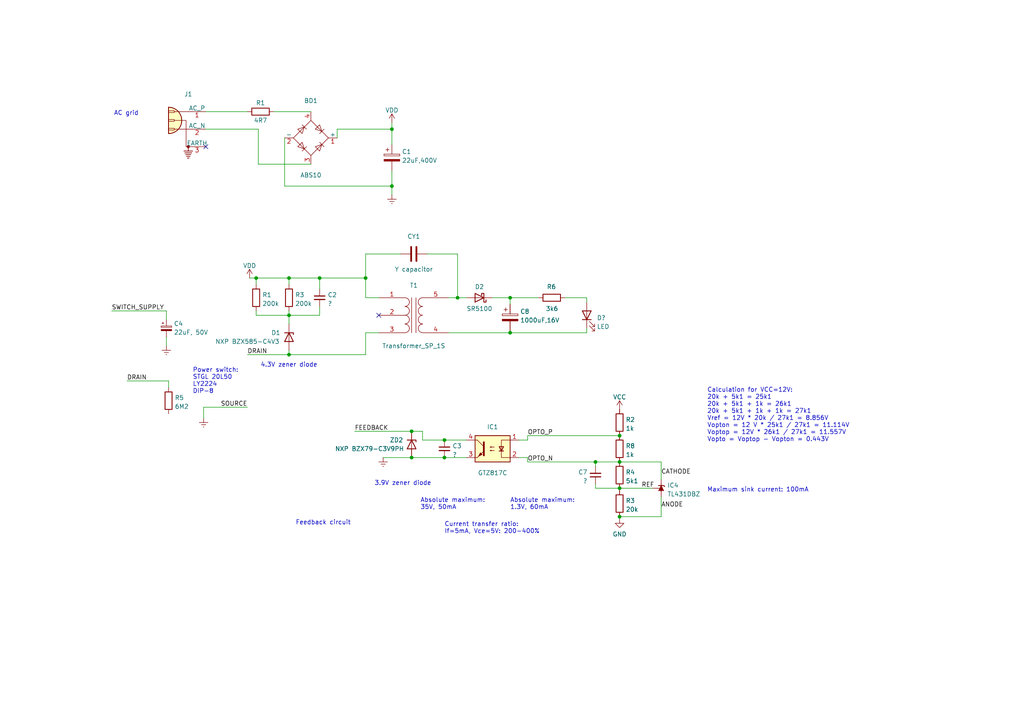
<source format=kicad_sch>
(kicad_sch (version 20211123) (generator eeschema)
  (paper "A4")
  (lib_symbols
    (symbol "Connector:Conn_WallSocket_Earth" (pin_names (offset 0))
      (property "Reference" "J" (at 3.81 6.985 0))
      (property "Value" "Conn_WallSocket_Earth" (at 7.62 2.54 90))
      (symbol "Conn_WallSocket_Earth_0_1"
        (circle (center 0 -5.08) (radius 0.3556) (fill (type outline)))
        (polyline (pts (xy -1.27 -6.35) (xy 1.27 -6.35)) (stroke (width 0.2032)))
        (polyline (pts (xy 0 -5.08) (xy 0 -6.35)) (stroke (width 0.2032)))
        (polyline (pts (xy 0.254 -8.382) (xy -0.254 -8.382)) (stroke (width 0.2032)))
        (polyline (pts (xy 0.508 -7.874) (xy -0.508 -7.874)) (stroke (width 0.2032)))
        (polyline (pts (xy 0.762 -7.366) (xy -0.762 -7.366)) (stroke (width 0.2032)))
        (polyline (pts (xy 1.016 -6.858) (xy -1.016 -6.858)) (stroke (width 0.2032)))
        (polyline (pts (xy 4.064 0) (xy 0 0)))
        (polyline (pts (xy 4.064 5.08) (xy 0 5.08)))
        (polyline (pts (xy 5.715 -1.27) (xy 5.715 6.35)) (stroke (width 0.254)))
        (polyline (pts (xy 0 -5.08) (xy 0.635 -5.08) (xy 0.635 2.54) (xy 4.064 2.54)))
        (rectangle (start 5.715 -0.254) (end 4.064 0.254))
        (rectangle (start 5.715 2.286) (end 4.064 2.794))
        (rectangle (start 5.715 4.826) (end 4.064 5.334))
        (arc (start 5.715 6.35) (mid 1.905 2.54) (end 5.715 -1.27) (stroke (width 0.254)) (fill (type background)))
      )
      (symbol "Conn_WallSocket_Earth_1_1"
        (pin power_in line (at -5.08 5.08 0) (length 5.08) (name "AC_P") (number "1"))
        (pin power_in line (at -5.08 0 0) (length 5.08) (name "AC_N") (number "2"))
        (pin passive line (at -5.08 -5.08 0) (length 5.08) (name "EARTH") (number "3"))
      )
    )
    (symbol "Device:C" (pin_numbers hide) (pin_names (offset 0.254))
      (property "Reference" "C" (at 0.635 2.54 0))
      (property "Value" "C" (at 0.635 -2.54 0))
      (symbol "C_0_1"
        (polyline (pts (xy -2.032 -0.762) (xy 2.032 -0.762)) (stroke (width 0.508)))
        (polyline (pts (xy -2.032 0.762) (xy 2.032 0.762)) (stroke (width 0.508)))
      )
      (symbol "C_1_1"
        (pin passive line (at 0 3.81 270) (length 2.794) (name "~") (number "1"))
        (pin passive line (at 0 -3.81 90) (length 2.794) (name "~") (number "2"))
      )
    )
    (symbol "Device:C_Polarized" (pin_numbers hide) (pin_names (offset 0.254))
      (property "Reference" "C" (at 0.635 2.54 0))
      (property "Value" "C_Polarized" (at 0.635 -2.54 0))
      (symbol "C_Polarized_0_1"
        (rectangle (start -2.286 0.508) (end 2.286 1.016))
        (polyline (pts (xy -1.778 2.286) (xy -0.762 2.286)))
        (polyline (pts (xy -1.27 2.794) (xy -1.27 1.778)))
        (rectangle (start 2.286 -0.508) (end -2.286 -1.016) (fill (type outline)))
      )
      (symbol "C_Polarized_1_1"
        (pin passive line (at 0 3.81 270) (length 2.794) (name "~") (number "1"))
        (pin passive line (at 0 -3.81 90) (length 2.794) (name "~") (number "2"))
      )
    )
    (symbol "Device:C_Polarized_Small" (pin_numbers hide) (pin_names (offset 0.254) hide)
      (property "Reference" "C" (at 0.254 1.778 0))
      (property "Value" "C_Polarized_Small" (at 0.254 -2.032 0))
      (symbol "C_Polarized_Small_0_1"
        (rectangle (start -1.524 -0.3048) (end 1.524 -0.6858) (fill (type outline)))
        (rectangle (start -1.524 0.6858) (end 1.524 0.3048))
        (polyline (pts (xy -1.27 1.524) (xy -0.762 1.524)))
        (polyline (pts (xy -1.016 1.27) (xy -1.016 1.778)))
      )
      (symbol "C_Polarized_Small_1_1"
        (pin passive line (at 0 2.54 270) (length 1.8542) (name "~") (number "1"))
        (pin passive line (at 0 -2.54 90) (length 1.8542) (name "~") (number "2"))
      )
    )
    (symbol "Device:C_Small" (pin_numbers hide) (pin_names (offset 0.254) hide)
      (property "Reference" "C" (at 0.254 1.778 0))
      (property "Value" "C_Small" (at 0.254 -2.032 0))
      (symbol "C_Small_0_1"
        (polyline (pts (xy -1.524 -0.508) (xy 1.524 -0.508)) (stroke (width 0.3302)))
        (polyline (pts (xy -1.524 0.508) (xy 1.524 0.508)) (stroke (width 0.3048)))
      )
      (symbol "C_Small_1_1"
        (pin passive line (at 0 2.54 270) (length 2.032) (name "~") (number "1"))
        (pin passive line (at 0 -2.54 90) (length 2.032) (name "~") (number "2"))
      )
    )
    (symbol "Device:D_Zener" (pin_numbers hide) (pin_names (offset 1.016) hide)
      (property "Reference" "D" (at 0 2.54 0))
      (property "Value" "D_Zener" (at 0 -2.54 0))
      (symbol "D_Zener_0_1"
        (polyline (pts (xy 1.27 0) (xy -1.27 0)))
        (polyline (pts (xy -1.27 -1.27) (xy -1.27 1.27) (xy -0.762 1.27)) (stroke (width 0.254)))
        (polyline (pts (xy 1.27 -1.27) (xy 1.27 1.27) (xy -1.27 0) (xy 1.27 -1.27)) (stroke (width 0.254)))
      )
      (symbol "D_Zener_1_1"
        (pin passive line (at -3.81 0 0) (length 2.54) (name "K") (number "1"))
        (pin passive line (at 3.81 0 180) (length 2.54) (name "A") (number "2"))
      )
    )
    (symbol "Device:LED" (pin_numbers hide) (pin_names (offset 1.016) hide)
      (property "Reference" "D" (at 0 2.54 0))
      (property "Value" "LED" (at 0 -2.54 0))
      (symbol "LED_0_1"
        (polyline (pts (xy -1.27 -1.27) (xy -1.27 1.27)) (stroke (width 0.254)))
        (polyline (pts (xy -1.27 0) (xy 1.27 0)))
        (polyline (pts (xy 1.27 -1.27) (xy 1.27 1.27) (xy -1.27 0) (xy 1.27 -1.27)) (stroke (width 0.254)))
        (polyline (pts (xy -3.048 -0.762) (xy -4.572 -2.286) (xy -3.81 -2.286) (xy -4.572 -2.286) (xy -4.572 -1.524)))
        (polyline (pts (xy -1.778 -0.762) (xy -3.302 -2.286) (xy -2.54 -2.286) (xy -3.302 -2.286) (xy -3.302 -1.524)))
      )
      (symbol "LED_1_1"
        (pin passive line (at -3.81 0 0) (length 2.54) (name "K") (number "1"))
        (pin passive line (at 3.81 0 180) (length 2.54) (name "A") (number "2"))
      )
    )
    (symbol "Device:R" (pin_numbers hide) (pin_names (offset 0))
      (property "Reference" "R" (at 2.032 0 90))
      (property "Value" "R" (at 0 0 90))
      (symbol "R_0_1"
        (rectangle (start -1.016 -2.54) (end 1.016 2.54) (stroke (width 0.254)))
      )
      (symbol "R_1_1"
        (pin passive line (at 0 3.81 270) (length 1.27) (name "~") (number "1"))
        (pin passive line (at 0 -3.81 90) (length 1.27) (name "~") (number "2"))
      )
    )
    (symbol "Device:Transformer_SP_1S" (pin_names (offset 1.016) hide)
      (property "Reference" "T" (at 0 6.35 0))
      (property "Value" "Transformer_SP_1S" (at 0 -7.62 0))
      (symbol "Transformer_SP_1S_0_1"
        (arc (start -2.54 -5.0546) (mid -1.6599 -4.6901) (end -1.27 -3.81))
        (arc (start -2.54 -2.5146) (mid -1.6599 -2.1501) (end -1.27 -1.27))
        (arc (start -2.54 0.0254) (mid -1.6599 0.3899) (end -1.27 1.27))
        (arc (start -2.54 2.5654) (mid -1.6599 2.9299) (end -1.27 3.81))
        (arc (start -1.27 -3.81) (mid -1.642 -2.912) (end -2.54 -2.54))
        (arc (start -1.27 -1.27) (mid -1.642 -0.372) (end -2.54 0))
        (arc (start -1.27 1.27) (mid -1.642 2.168) (end -2.54 2.54))
        (arc (start -1.27 3.81) (mid -1.642 4.708) (end -2.54 5.08))
        (polyline (pts (xy -0.635 5.08) (xy -0.635 -5.08)))
        (polyline (pts (xy 0.635 -5.08) (xy 0.635 5.08)))
        (arc (start 1.2954 -1.27) (mid 1.6599 -2.1501) (end 2.54 -2.5146))
        (arc (start 1.2954 1.27) (mid 1.6599 0.3899) (end 2.54 0.0254))
        (arc (start 1.2954 3.81) (mid 1.6599 2.9299) (end 2.54 2.5654))
        (arc (start 1.3208 -3.81) (mid 1.6853 -4.6901) (end 2.5654 -5.0546))
        (arc (start 2.54 0) (mid 1.642 -0.372) (end 1.2954 -1.27))
        (arc (start 2.54 2.54) (mid 1.642 2.168) (end 1.2954 1.27))
        (arc (start 2.54 5.08) (mid 1.642 4.708) (end 1.2954 3.81))
        (arc (start 2.5654 -2.54) (mid 1.6674 -2.912) (end 1.3208 -3.81))
      )
      (symbol "Transformer_SP_1S_1_1"
        (pin passive line (at -10.16 5.08 0) (length 7.62) (name "PR1") (number "1"))
        (pin passive line (at -10.16 0 0) (length 7.62) (name "PM") (number "2"))
        (pin passive line (at -10.16 -5.08 0) (length 7.62) (name "PR2") (number "3"))
        (pin passive line (at 10.16 -5.08 180) (length 7.62) (name "S1") (number "4"))
        (pin passive line (at 10.16 5.08 180) (length 7.62) (name "S2") (number "5"))
      )
    )
    (symbol "Diode:DSB5712" (pin_numbers hide) (pin_names (offset 1.016) hide)
      (property "Reference" "D" (at 0 2.54 0))
      (property "Value" "DSB5712" (at 0 -2.54 0))
      (symbol "DSB5712_0_1"
        (polyline (pts (xy 1.27 0) (xy -1.27 0)))
        (polyline (pts (xy 1.27 1.27) (xy 1.27 -1.27) (xy -1.27 0) (xy 1.27 1.27)) (stroke (width 0.254)))
        (polyline (pts (xy -1.905 0.635) (xy -1.905 1.27) (xy -1.27 1.27) (xy -1.27 -1.27) (xy -0.635 -1.27) (xy -0.635 -0.635)) (stroke (width 0.254)))
      )
      (symbol "DSB5712_1_1"
        (pin passive line (at -3.81 0 0) (length 2.54) (name "K") (number "1"))
        (pin passive line (at 3.81 0 180) (length 2.54) (name "A") (number "2"))
      )
    )
    (symbol "Diode_Bridge:ABS10" (pin_names (offset 0))
      (property "Reference" "D" (at 2.54 6.985 0))
      (property "Value" "ABS10" (at 2.54 5.08 0))
      (symbol "ABS10_0_1"
        (polyline (pts (xy -2.54 3.81) (xy -1.27 2.54)))
        (polyline (pts (xy -1.27 -2.54) (xy -2.54 -3.81)))
        (polyline (pts (xy 2.54 -1.27) (xy 3.81 -2.54)))
        (polyline (pts (xy 2.54 1.27) (xy 3.81 2.54)))
        (polyline (pts (xy -3.81 2.54) (xy -2.54 1.27) (xy -1.905 3.175) (xy -3.81 2.54)))
        (polyline (pts (xy -2.54 -1.27) (xy -3.81 -2.54) (xy -1.905 -3.175) (xy -2.54 -1.27)))
        (polyline (pts (xy 1.27 2.54) (xy 2.54 3.81) (xy 3.175 1.905) (xy 1.27 2.54)))
        (polyline (pts (xy 3.175 -1.905) (xy 1.27 -2.54) (xy 2.54 -3.81) (xy 3.175 -1.905)))
        (polyline (pts (xy -5.08 0) (xy 0 -5.08) (xy 5.08 0) (xy 0 5.08) (xy -5.08 0)))
      )
      (symbol "ABS10_1_1"
        (pin passive line (at 7.62 0 180) (length 2.54) (name "+") (number "1"))
        (pin passive line (at -7.62 0 0) (length 2.54) (name "-") (number "2"))
        (pin passive line (at 0 -7.62 90) (length 2.54) (name "~") (number "3"))
        (pin passive line (at 0 7.62 270) (length 2.54) (name "~") (number "4"))
      )
    )
    (symbol "Isolator:EL817" (pin_names (offset 1.016))
      (property "Reference" "U" (at -5.08 5.08 0))
      (property "Value" "EL817" (at 0 5.08 0))
      (symbol "EL817_0_1"
        (rectangle (start -5.08 3.81) (end 5.08 -3.81) (stroke (width 0.254)) (fill (type background)))
        (polyline (pts (xy -3.175 -0.635) (xy -1.905 -0.635)) (stroke (width 0.254)))
        (polyline (pts (xy 2.54 0.635) (xy 4.445 2.54)))
        (polyline (pts (xy 4.445 -2.54) (xy 2.54 -0.635)) (fill (type outline)))
        (polyline (pts (xy 4.445 -2.54) (xy 5.08 -2.54)))
        (polyline (pts (xy 4.445 2.54) (xy 5.08 2.54)))
        (polyline (pts (xy -5.08 2.54) (xy -2.54 2.54) (xy -2.54 -0.635)))
        (polyline (pts (xy -2.54 -0.635) (xy -2.54 -2.54) (xy -5.08 -2.54)))
        (polyline (pts (xy 2.54 1.905) (xy 2.54 -1.905) (xy 2.54 -1.905)) (stroke (width 0.508)))
        (polyline (pts (xy -2.54 -0.635) (xy -3.175 0.635) (xy -1.905 0.635) (xy -2.54 -0.635)) (stroke (width 0.254)))
        (polyline (pts (xy -0.508 -0.508) (xy 0.762 -0.508) (xy 0.381 -0.635) (xy 0.381 -0.381) (xy 0.762 -0.508)))
        (polyline (pts (xy -0.508 0.508) (xy 0.762 0.508) (xy 0.381 0.381) (xy 0.381 0.635) (xy 0.762 0.508)))
        (polyline (pts (xy 3.048 -1.651) (xy 3.556 -1.143) (xy 4.064 -2.159) (xy 3.048 -1.651) (xy 3.048 -1.651)) (fill (type outline)))
      )
      (symbol "EL817_1_1"
        (pin passive line (at -7.62 2.54 0) (length 2.54) (name "~") (number "1"))
        (pin passive line (at -7.62 -2.54 0) (length 2.54) (name "~") (number "2"))
        (pin passive line (at 7.62 -2.54 180) (length 2.54) (name "~") (number "3"))
        (pin passive line (at 7.62 2.54 180) (length 2.54) (name "~") (number "4"))
      )
    )
    (symbol "Reference_Voltage:TL431DBZ" (pin_numbers hide) (pin_names hide)
      (property "Reference" "U" (at -2.54 2.54 0))
      (property "Value" "TL431DBZ" (at 0 -2.54 0))
      (symbol "TL431DBZ_0_1"
        (polyline (pts (xy -1.27 0) (xy 0 0) (xy 1.27 0)))
        (polyline (pts (xy -0.762 0.762) (xy 0.762 0) (xy -0.762 -0.762)) (fill (type outline)))
        (polyline (pts (xy 0.508 -1.016) (xy 0.762 -0.762) (xy 0.762 0.762) (xy 0.762 0.762)) (stroke (width 0.254)))
      )
      (symbol "TL431DBZ_1_1"
        (pin passive line (at 2.54 0 180) (length 2.54) (name "K") (number "1"))
        (pin passive line (at 0 2.54 270) (length 2.54) (name "REF") (number "2"))
        (pin passive line (at -2.54 0 0) (length 2.54) (name "A") (number "3"))
      )
    )
    (symbol "power:Earth" (power) (pin_names (offset 0))
      (symbol "Earth_0_1"
        (polyline (pts (xy -0.635 -1.905) (xy 0.635 -1.905)))
        (polyline (pts (xy -0.127 -2.54) (xy 0.127 -2.54)))
        (polyline (pts (xy 0 -1.27) (xy 0 0)))
        (polyline (pts (xy 1.27 -1.27) (xy -1.27 -1.27)))
      )
      (symbol "Earth_1_1"
        (pin power_in line (at 0 0 270) (length 0) hide (name "Earth") (number "1"))
      )
    )
    (symbol "power:GND" (power) (pin_names (offset 0))
      (property "Value" "GND" (at 0 -3.81 0))
      (symbol "GND_0_1"
        (polyline (pts (xy 0 0) (xy 0 -1.27) (xy 1.27 -1.27) (xy 0 -2.54) (xy -1.27 -1.27) (xy 0 -1.27)))
      )
      (symbol "GND_1_1"
        (pin power_in line (at 0 0 270) (length 0) hide (name "GND") (number "1"))
      )
    )
    (symbol "power:VCC" (power) (pin_names (offset 0))
      (property "Value" "VCC" (at 0 3.81 0))
      (symbol "VCC_0_1"
        (polyline (pts (xy -0.762 1.27) (xy 0 2.54)))
        (polyline (pts (xy 0 0) (xy 0 2.54)))
        (polyline (pts (xy 0 2.54) (xy 0.762 1.27)))
      )
      (symbol "VCC_1_1"
        (pin power_in line (at 0 0 90) (length 0) hide (name "VCC") (number "1"))
      )
    )
    (symbol "power:VDD" (power) (pin_names (offset 0))
      (property "Value" "VDD" (at 0 3.81 0))
      (symbol "VDD_0_1"
        (polyline (pts (xy -0.762 1.27) (xy 0 2.54)))
        (polyline (pts (xy 0 0) (xy 0 2.54)))
        (polyline (pts (xy 0 2.54) (xy 0.762 1.27)))
      )
      (symbol "VDD_1_1"
        (pin power_in line (at 0 0 90) (length 0) hide (name "VDD") (number "1"))
      )
    )
  )
  (junction (at 113.665 53.975))
  (junction (at 179.705 141.605))
  (junction (at 179.705 149.86))
  (junction (at 92.71 80.645))
  (junction (at 83.82 80.645))
  (junction (at 179.705 126.365))
  (junction (at 83.82 102.87))
  (junction (at 147.955 86.36))
  (junction (at 119.38 125.095))
  (junction (at 128.905 127.635))
  (junction (at 83.82 91.44))
  (junction (at 106.045 80.645))
  (junction (at 172.72 133.985))
  (junction (at 113.665 37.465))
  (junction (at 132.715 86.36))
  (junction (at 128.905 132.715))
  (junction (at 147.955 96.52))
  (junction (at 179.705 133.985))
  (junction (at 119.38 132.715))
  (junction (at 74.295 80.645))
  (no_connect (at 59.69 42.545))
  (no_connect (at 109.855 91.44))
  (wire (pts (xy 153.035 133.985) (xy 172.72 133.985)))
  (wire (pts (xy 74.295 90.17) (xy 74.295 91.44)))
  (wire (pts (xy 92.71 88.9) (xy 92.71 91.44)))
  (wire (pts (xy 92.71 80.645) (xy 92.71 83.82)))
  (wire (pts (xy 172.72 141.605) (xy 172.72 140.335)))
  (wire (pts (xy 83.82 80.645) (xy 92.71 80.645)))
  (wire (pts (xy 102.87 125.095) (xy 119.38 125.095)))
  (wire (pts (xy 82.55 53.975) (xy 113.665 53.975)))
  (wire (pts (xy 191.77 144.145) (xy 191.77 149.86)))
  (wire (pts (xy 147.955 86.36) (xy 156.21 86.36)))
  (wire (pts (xy 191.77 139.065) (xy 191.77 133.985)))
  (wire (pts (xy 172.72 135.255) (xy 172.72 133.985)))
  (wire (pts (xy 191.77 133.985) (xy 179.705 133.985)))
  (wire (pts (xy 135.255 86.36) (xy 132.715 86.36)))
  (wire (pts (xy 106.045 96.52) (xy 106.045 102.87)))
  (wire (pts (xy 113.665 37.465) (xy 113.665 41.91)))
  (wire (pts (xy 106.045 86.36) (xy 106.045 80.645)))
  (wire (pts (xy 90.17 47.625) (xy 74.93 47.625)))
  (wire (pts (xy 97.79 37.465) (xy 113.665 37.465)))
  (wire (pts (xy 179.705 141.605) (xy 172.72 141.605)))
  (wire (pts (xy 72.39 80.645) (xy 74.295 80.645)))
  (wire (pts (xy 153.035 126.365) (xy 179.705 126.365)))
  (wire (pts (xy 170.18 95.25) (xy 170.18 96.52)))
  (wire (pts (xy 113.665 53.975) (xy 113.665 56.515)))
  (wire (pts (xy 147.955 86.36) (xy 147.955 88.265)))
  (wire (pts (xy 83.82 91.44) (xy 83.82 93.98)))
  (wire (pts (xy 74.295 80.645) (xy 83.82 80.645)))
  (wire (pts (xy 147.955 96.52) (xy 130.175 96.52)))
  (wire (pts (xy 179.705 142.24) (xy 179.705 141.605)))
  (wire (pts (xy 92.71 80.645) (xy 106.045 80.645)))
  (wire (pts (xy 59.055 118.11) (xy 71.755 118.11)))
  (wire (pts (xy 36.83 110.49) (xy 48.895 110.49)))
  (wire (pts (xy 74.93 47.625) (xy 74.93 37.465)))
  (wire (pts (xy 172.72 133.985) (xy 179.705 133.985)))
  (wire (pts (xy 128.905 127.635) (xy 135.255 127.635)))
  (wire (pts (xy 106.045 73.66) (xy 116.205 73.66)))
  (wire (pts (xy 109.855 96.52) (xy 106.045 96.52)))
  (wire (pts (xy 113.665 53.975) (xy 113.665 49.53)))
  (wire (pts (xy 59.055 121.285) (xy 59.055 118.11)))
  (wire (pts (xy 132.715 86.36) (xy 130.175 86.36)))
  (wire (pts (xy 122.555 127.635) (xy 122.555 125.095)))
  (wire (pts (xy 83.82 91.44) (xy 92.71 91.44)))
  (wire (pts (xy 128.905 132.715) (xy 135.255 132.715)))
  (wire (pts (xy 48.26 92.71) (xy 48.26 90.17)))
  (wire (pts (xy 106.045 80.645) (xy 106.045 73.66)))
  (wire (pts (xy 83.82 90.17) (xy 83.82 91.44)))
  (wire (pts (xy 113.665 37.465) (xy 113.665 35.56)))
  (wire (pts (xy 153.035 132.715) (xy 153.035 133.985)))
  (wire (pts (xy 83.82 102.87) (xy 106.045 102.87)))
  (wire (pts (xy 170.18 87.63) (xy 170.18 86.36)))
  (wire (pts (xy 170.18 86.36) (xy 163.83 86.36)))
  (wire (pts (xy 83.82 82.55) (xy 83.82 80.645)))
  (wire (pts (xy 179.705 149.86) (xy 191.77 149.86)))
  (wire (pts (xy 119.38 132.715) (xy 128.905 132.715)))
  (wire (pts (xy 97.79 40.005) (xy 97.79 37.465)))
  (wire (pts (xy 122.555 127.635) (xy 128.905 127.635)))
  (wire (pts (xy 74.93 37.465) (xy 59.69 37.465)))
  (wire (pts (xy 74.295 91.44) (xy 83.82 91.44)))
  (wire (pts (xy 79.375 32.385) (xy 90.17 32.385)))
  (wire (pts (xy 71.755 32.385) (xy 59.69 32.385)))
  (wire (pts (xy 32.385 90.17) (xy 48.26 90.17)))
  (wire (pts (xy 123.825 73.66) (xy 132.715 73.66)))
  (wire (pts (xy 150.495 127.635) (xy 153.035 127.635)))
  (wire (pts (xy 153.035 127.635) (xy 153.035 126.365)))
  (wire (pts (xy 48.895 112.395) (xy 48.895 110.49)))
  (wire (pts (xy 147.955 95.885) (xy 147.955 96.52)))
  (wire (pts (xy 48.26 97.79) (xy 48.26 100.33)))
  (wire (pts (xy 74.295 82.55) (xy 74.295 80.645)))
  (wire (pts (xy 132.715 73.66) (xy 132.715 86.36)))
  (wire (pts (xy 111.125 132.715) (xy 119.38 132.715)))
  (wire (pts (xy 170.18 96.52) (xy 147.955 96.52)))
  (wire (pts (xy 179.705 141.605) (xy 189.23 141.605)))
  (wire (pts (xy 71.755 102.87) (xy 83.82 102.87)))
  (wire (pts (xy 109.855 86.36) (xy 106.045 86.36)))
  (wire (pts (xy 83.82 101.6) (xy 83.82 102.87)))
  (wire (pts (xy 150.495 132.715) (xy 153.035 132.715)))
  (wire (pts (xy 82.55 40.005) (xy 82.55 53.975)))
  (wire (pts (xy 119.38 125.095) (xy 122.555 125.095)))
  (wire (pts (xy 142.875 86.36) (xy 147.955 86.36)))
  (wire (pts (xy 179.705 149.86) (xy 179.705 150.495)))
  (text "Feedback circuit\n" (at 85.725 152.4 0) (effects (font (size 1.27 1.27)) (justify left bottom)))
  (text "Absolute maximum:\n35V, 50mA" (at 121.92 147.955 0) (effects (font (size 1.27 1.27)) (justify left bottom)))
  (text "Current transfer ratio:\nIf=5mA, Vce=5V: 200-400%\n" (at 128.905 154.94 0) (effects (font (size 1.27 1.27)) (justify left bottom)))
  (text "Absolute maximum:\n1.3V, 60mA" (at 147.955 147.955 0) (effects (font (size 1.27 1.27)) (justify left bottom)))
  (text "Power switch:\nSTGL 20L50\nLY2224\nDIP-8" (at 55.88 114.3 0) (effects (font (size 1.27 1.27)) (justify left bottom)))
  (text "3.9V zener diode" (at 108.585 140.97 0) (effects (font (size 1.27 1.27)) (justify left bottom)))
  (text "AC grid" (at 33.02 33.655 0) (effects (font (size 1.27 1.27)) (justify left bottom)))
  (text "4.3V zener diode" (at 75.565 106.68 0) (effects (font (size 1.27 1.27)) (justify left bottom)))
  (text "Maximum sink current: 100mA" (at 205.105 142.875 0) (effects (font (size 1.27 1.27)) (justify left bottom)))
  (text "Calculation for VCC=12V:\n20k + 5k1 = 25k1\n20k + 5k1 + 1k = 26k1\n20k + 5k1 + 1k + 1k = 27k1\nVref = 12V * 20k / 27k1 = 8.856V\nVopton = 12 V * 25k1 / 27k1 = 11.114V\nVoptop = 12V * 26k1 / 27k1 = 11.557V\nVopto = Voptop - Vopton = 0.443V\n" (at 205.105 128.27 0) (effects (font (size 1.27 1.27)) (justify left bottom)))
  (label "FEEDBACK" (at 102.87 125.095 0))
  (label "DRAIN" (at 71.755 102.87 0))
  (label "OPTO_N" (at 153.035 133.985 0))
  (label "SOURCE" (at 71.755 118.11 180))
  (label "ANODE" (at 191.77 147.32 0))
  (label "DRAIN" (at 36.83 110.49 0))
  (label "SWITCH_SUPPLY" (at 32.385 90.17 0))
  (label "REF" (at 186.055 141.605 0))
  (label "OPTO_P" (at 153.035 126.365 0))
  (label "CATHODE" (at 191.77 137.795 0))
  (symbol (lib_id "Device:C_Polarized") (at 113.665 45.72 0) (unit 1)
    (property "Reference" "C1" (at 116.586 43.9963 0) (effects (justify left)))
    (property "Value" "22uF,400V" (at 116.586 46.5332 0) (effects (justify left)))
  )
  (symbol (lib_id "Device:R") (at 179.705 146.05 0) (unit 1)
    (property "Reference" "R3" (at 181.483 145.2153 0) (effects (justify left)))
    (property "Value" "20k" (at 181.483 147.7522 0) (effects (justify left)))
  )
  (symbol (lib_id "Diode:DSB5712") (at 139.065 86.36 180) (unit 1)
    (property "Reference" "D2" (at 139.065 83.185 0))
    (property "Value" "SR5100" (at 139.065 89.535 0))
    (property "Footprint" "Diode_THT:D_DO-35_SOD27_P7.62mm_Horizontal" (effects hide))
    (property "Datasheet" "http://www.farnell.com/datasheets/2863996.pdf" (effects hide))
  )
  (symbol (lib_id "Device:D_Zener") (at 83.82 97.79 270) (unit 1)
    (property "Reference" "D1" (at 80.01 96.52 90))
    (property "Value" "NXP BZX585-C4V3" (at 71.755 99.06 90))
    (property "Footprint" "Diode_SMD:D_SOD-523" (effects hide))
    (property "Datasheet" "https://www.alldatasheet.net/datasheet-pdf/view-marking/345913/NXP/BZX585-C4V3.html" (effects hide))
  )
  (symbol (lib_id "Device:C_Small") (at 172.72 137.795 0) (mirror x) (unit 1)
    (property "Reference" "C7" (at 170.396 136.9539 0) (effects (justify right)))
    (property "Value" "?" (at 170.396 139.4908 0) (effects (justify right)))
  )
  (symbol (lib_id "Device:D_Zener") (at 119.38 128.905 270) (unit 1)
    (property "Reference" "ZD2" (at 113.03 127.635 90) (effects (justify left)))
    (property "Value" "NXP BZX79-C3V9PH" (at 97.155 130.175 90) (effects (justify left)))
    (property "Footprint" "Diode_THT:D_DO-35_SOD27_P2.54mm_Vertical_AnodeUp" (effects hide))
    (property "Datasheet" "https://assets.nexperia.com/documents/data-sheet/BZX79.pdf" (effects hide))
  )
  (symbol (lib_id "Device:R") (at 179.705 137.795 0) (unit 1)
    (property "Reference" "R4" (at 181.483 136.9603 0) (effects (justify left)))
    (property "Value" "5k1" (at 181.483 139.4972 0) (effects (justify left)))
  )
  (symbol (lib_id "power:VDD") (at 113.665 35.56 0) (unit 1)
    (property "Reference" "#PWR?" (effects hide))
    (property "Value" "VDD" (at 113.665 31.9842 0))
  )
  (symbol (lib_id "power:Earth") (at 59.055 121.285 0) (unit 1)
    (property "Reference" "#PWR?" (effects hide))
    (property "Value" "Earth" (effects hide))
  )
  (symbol (lib_id "power:Earth") (at 113.665 56.515 0) (unit 1)
    (property "Reference" "#PWR?" (effects hide))
    (property "Value" "Earth" (effects hide))
  )
  (symbol (lib_id "Device:Transformer_SP_1S") (at 120.015 91.44 0) (unit 1)
    (property "Reference" "T1" (at 120.0277 82.7871 0))
    (property "Value" "Transformer_SP_1S" (at 120.015 100.33 0))
  )
  (symbol (lib_id "Device:R") (at 74.295 86.36 0) (unit 1)
    (property "Reference" "R1" (at 76.073 85.5253 0) (effects (justify left)))
    (property "Value" "200k" (at 76.073 88.0622 0) (effects (justify left)))
  )
  (symbol (lib_id "Device:R") (at 83.82 86.36 0) (unit 1)
    (property "Reference" "R3" (at 85.598 85.5253 0) (effects (justify left)))
    (property "Value" "200k" (at 85.598 88.0622 0) (effects (justify left)))
  )
  (symbol (lib_id "Isolator:EL817") (at 142.875 130.175 0) (mirror y) (unit 1)
    (property "Reference" "IC1" (at 142.875 123.825 0))
    (property "Value" "GTZ817C" (at 142.875 137.16 0))
    (property "Footprint" "Package_DIP:DIP-4_W7.62mm" (effects hide))
    (property "Datasheet" "http://www.everlight.com/file/ProductFile/EL817.pdf" (effects hide))
  )
  (symbol (lib_id "Device:R") (at 179.705 130.175 0) (unit 1)
    (property "Reference" "R8" (at 181.483 129.3403 0) (effects (justify left)))
    (property "Value" "1k" (at 181.483 131.8772 0) (effects (justify left)))
  )
  (symbol (lib_id "Connector:Conn_WallSocket_Earth") (at 54.61 37.465 0) (mirror y) (unit 1)
    (property "Reference" "J1" (at 54.61 27.305 0))
    (property "Value" "Conn_WallSocket_Earth" (effects hide))
  )
  (symbol (lib_id "Device:C_Polarized_Small") (at 48.26 95.25 0) (unit 1)
    (property "Reference" "C4" (at 50.419 93.8692 0) (effects (justify left)))
    (property "Value" "22uF, 50V" (at 50.419 96.4061 0) (effects (justify left)))
  )
  (symbol (lib_id "power:VDD") (at 72.39 80.645 0) (unit 1)
    (property "Reference" "#PWR?" (effects hide))
    (property "Value" "VDD" (at 72.39 77.0692 0))
  )
  (symbol (lib_id "Device:C_Polarized") (at 147.955 92.075 0) (unit 1)
    (property "Reference" "C8" (at 150.876 90.3513 0) (effects (justify left)))
    (property "Value" "1000uF,16V" (at 150.876 92.8882 0) (effects (justify left)))
  )
  (symbol (lib_id "Device:R") (at 160.02 86.36 90) (unit 1)
    (property "Reference" "R6" (at 161.29 83.185 90) (effects (justify left)))
    (property "Value" "3k6" (at 161.925 89.535 90) (effects (justify left)))
  )
  (symbol (lib_id "Device:C") (at 120.015 73.66 90) (unit 1)
    (property "Reference" "CY1" (at 120.015 68.58 90))
    (property "Value" "Y capacitor" (at 120.015 78.105 90))
  )
  (symbol (lib_id "Device:R") (at 48.895 116.205 0) (unit 1)
    (property "Reference" "R5" (at 50.673 115.3703 0) (effects (justify left)))
    (property "Value" "6M2" (at 50.673 117.9072 0) (effects (justify left)))
  )
  (symbol (lib_id "Device:R") (at 179.705 122.555 180) (unit 1)
    (property "Reference" "R2" (at 181.483 121.7203 0) (effects (justify right)))
    (property "Value" "1k" (at 181.483 124.2572 0) (effects (justify right)))
  )
  (symbol (lib_id "power:GND") (at 179.705 150.495 0) (unit 1)
    (property "Reference" "#PWR?" (effects hide))
    (property "Value" "GND" (at 179.705 154.9384 0))
  )
  (symbol (lib_id "power:VCC") (at 179.705 118.745 0) (unit 1)
    (property "Reference" "#PWR?" (effects hide))
    (property "Value" "VCC" (at 179.705 115.1692 0))
  )
  (symbol (lib_id "power:Earth") (at 111.125 132.715 0) (unit 1)
    (property "Reference" "#PWR?" (effects hide))
    (property "Value" "Earth" (effects hide))
  )
  (symbol (lib_id "Device:C_Small") (at 92.71 86.36 0) (unit 1)
    (property "Reference" "C2" (at 95.0341 85.5316 0) (effects (justify left)))
    (property "Value" "?" (at 95.0341 88.0685 0) (effects (justify left)))
  )
  (symbol (lib_id "Reference_Voltage:TL431DBZ") (at 191.77 141.605 90) (unit 1)
    (property "Reference" "IC4" (at 193.548 140.7703 90) (effects (justify right)))
    (property "Value" "TL431DBZ" (at 193.548 143.3072 90) (effects (justify right)))
    (property "Footprint" "Package_TO_SOT_SMD:SOT-23" (effects hide))
    (property "Datasheet" "http://www.ti.com/lit/ds/symlink/tl431.pdf" (effects hide))
  )
  (symbol (lib_id "Device:R") (at 75.565 32.385 90) (unit 1)
    (property "Reference" "R1" (at 75.565 29.845 90))
    (property "Value" "4R7" (at 75.565 34.925 90))
  )
  (symbol (lib_id "Diode_Bridge:ABS10") (at 90.17 40.005 0) (unit 1)
    (property "Reference" "BD1" (at 90.17 29.21 0))
    (property "Value" "ABS10" (at 90.17 50.8 0))
    (property "Footprint" "Diode_SMD:Diode_Bridge_Diotec_ABS" (effects hide))
    (property "Datasheet" "https://diotec.com/tl_files/diotec/files/pdf/datasheets/abs2.pdf" (effects hide))
  )
  (symbol (lib_id "Device:LED") (at 170.18 91.44 90) (unit 1)
    (property "Reference" "D?" (at 173.101 92.1928 90) (effects (justify right)))
    (property "Value" "LED" (at 173.101 94.7297 90) (effects (justify right)))
  )
  (symbol (lib_id "power:Earth") (at 48.26 100.33 0) (unit 1)
    (property "Reference" "#PWR?" (effects hide))
    (property "Value" "Earth" (effects hide))
  )
  (symbol (lib_id "Device:C_Small") (at 128.905 130.175 0) (unit 1)
    (property "Reference" "C3" (at 131.2291 129.3466 0) (effects (justify left)))
    (property "Value" "?" (at 131.2291 131.8835 0) (effects (justify left)))
  )
)
</source>
